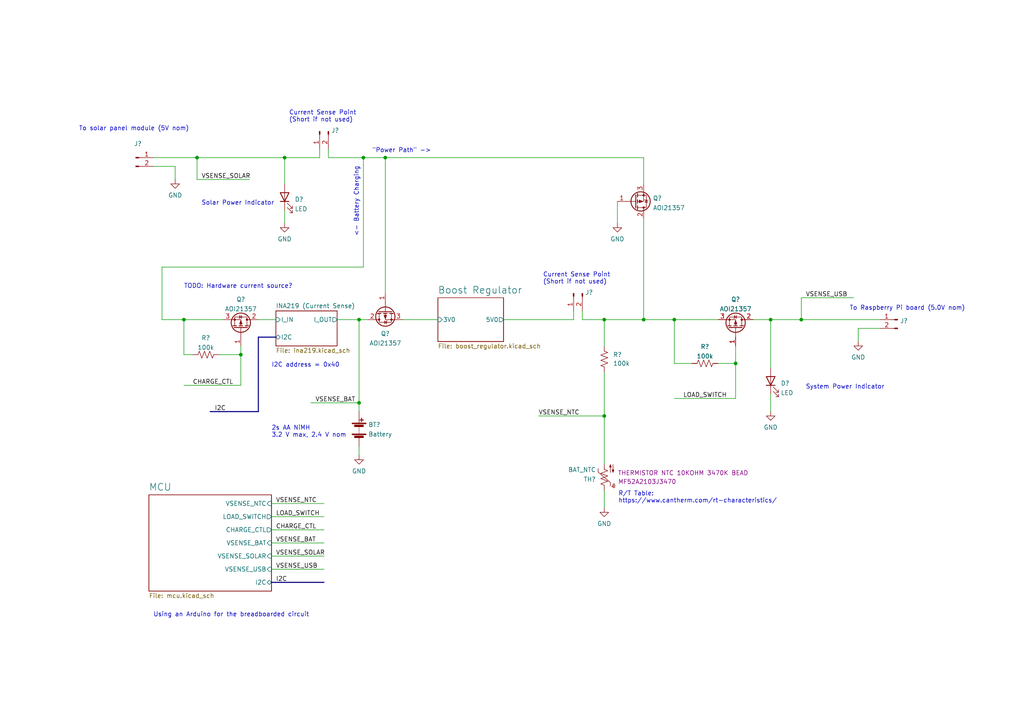
<source format=kicad_sch>
(kicad_sch (version 20211123) (generator eeschema)
  (paper "A4")
  (title_block (title "Solar Charger Breadboard") (date "2022-01-20") (rev "0.0.1") (company "Ribbit"))
  (lib_symbols
    (symbol "Connector:Conn_01x02_Male" (pin_names (offset 1.016) hide)
      (property "Reference" "J" (at 0 2.54 0))
      (property "Value" "Conn_01x02_Male" (at 0 -5.08 0))
      (symbol "Conn_01x02_Male_1_1"
        (polyline (pts (xy 1.27 -2.54) (xy 0.8636 -2.54)) (stroke (width 0.1524)))
        (polyline (pts (xy 1.27 0) (xy 0.8636 0)) (stroke (width 0.1524)))
        (rectangle (start 0.8636 -2.413) (end 0 -2.667) (stroke (width 0.1524)) (fill (type outline)))
        (rectangle (start 0.8636 0.127) (end 0 -0.127) (stroke (width 0.1524)) (fill (type outline)))
        (pin passive line (at 5.08 0 180) (length 3.81) (name "Pin_1") (number "1"))
        (pin passive line (at 5.08 -2.54 180) (length 3.81) (name "Pin_2") (number "2"))
      )
    )
    (symbol "Device:Battery" (pin_numbers hide) (pin_names (offset 0) hide)
      (property "Reference" "BT" (at 2.54 2.54 0))
      (property "Value" "Battery" (at 2.54 0 0))
      (symbol "Battery_0_1"
        (rectangle (start -2.032 -1.397) (end 2.032 -1.651) (fill (type outline)))
        (rectangle (start -2.032 1.778) (end 2.032 1.524) (fill (type outline)))
        (rectangle (start -1.3208 -1.9812) (end 1.27 -2.4892) (fill (type outline)))
        (rectangle (start -1.3208 1.1938) (end 1.27 0.6858) (fill (type outline)))
        (polyline (pts (xy 0 -1.524) (xy 0 -1.27)))
        (polyline (pts (xy 0 -1.016) (xy 0 -0.762)))
        (polyline (pts (xy 0 -0.508) (xy 0 -0.254)))
        (polyline (pts (xy 0 0) (xy 0 0.254)))
        (polyline (pts (xy 0 0.508) (xy 0 0.762)))
        (polyline (pts (xy 0 1.778) (xy 0 2.54)))
        (polyline (pts (xy 0.254 2.667) (xy 1.27 2.667)) (stroke (width 0.254)))
        (polyline (pts (xy 0.762 3.175) (xy 0.762 2.159)) (stroke (width 0.254)))
      )
      (symbol "Battery_1_1"
        (pin passive line (at 0 5.08 270) (length 2.54) (name "+") (number "1"))
        (pin passive line (at 0 -5.08 90) (length 2.54) (name "-") (number "2"))
      )
    )
    (symbol "Device:LED" (pin_numbers hide) (pin_names (offset 1.016) hide)
      (property "Reference" "D" (at 0 2.54 0))
      (property "Value" "LED" (at 0 -2.54 0))
      (symbol "LED_0_1"
        (polyline (pts (xy -1.27 -1.27) (xy -1.27 1.27)) (stroke (width 0.254)))
        (polyline (pts (xy -1.27 0) (xy 1.27 0)))
        (polyline (pts (xy 1.27 -1.27) (xy 1.27 1.27) (xy -1.27 0) (xy 1.27 -1.27)) (stroke (width 0.254)))
        (polyline (pts (xy -3.048 -0.762) (xy -4.572 -2.286) (xy -3.81 -2.286) (xy -4.572 -2.286) (xy -4.572 -1.524)))
        (polyline (pts (xy -1.778 -0.762) (xy -3.302 -2.286) (xy -2.54 -2.286) (xy -3.302 -2.286) (xy -3.302 -1.524)))
      )
      (symbol "LED_1_1"
        (pin passive line (at -3.81 0 0) (length 2.54) (name "K") (number "1"))
        (pin passive line (at 3.81 0 180) (length 2.54) (name "A") (number "2"))
      )
    )
    (symbol "Device:Q_PMOS_GDS" (pin_names (offset 0) hide)
      (property "Reference" "Q" (at 5.08 1.27 0))
      (property "Value" "Q_PMOS_GDS" (at 5.08 -1.27 0))
      (symbol "Q_PMOS_GDS_0_1"
        (polyline (pts (xy 0.254 0) (xy -2.54 0)))
        (polyline (pts (xy 0.254 1.905) (xy 0.254 -1.905)) (stroke (width 0.254)))
        (polyline (pts (xy 0.762 -1.27) (xy 0.762 -2.286)) (stroke (width 0.254)))
        (polyline (pts (xy 0.762 0.508) (xy 0.762 -0.508)) (stroke (width 0.254)))
        (polyline (pts (xy 0.762 2.286) (xy 0.762 1.27)) (stroke (width 0.254)))
        (polyline (pts (xy 2.54 2.54) (xy 2.54 1.778)))
        (polyline (pts (xy 2.54 -2.54) (xy 2.54 0) (xy 0.762 0)))
        (polyline (pts (xy 0.762 1.778) (xy 3.302 1.778) (xy 3.302 -1.778) (xy 0.762 -1.778)))
        (polyline (pts (xy 2.286 0) (xy 1.27 0.381) (xy 1.27 -0.381) (xy 2.286 0)) (fill (type outline)))
        (polyline (pts (xy 2.794 -0.508) (xy 2.921 -0.381) (xy 3.683 -0.381) (xy 3.81 -0.254)))
        (polyline (pts (xy 3.302 -0.381) (xy 2.921 0.254) (xy 3.683 0.254) (xy 3.302 -0.381)))
        (circle (center 1.651 0) (radius 2.794) (stroke (width 0.254)))
        (circle (center 2.54 -1.778) (radius 0.254) (fill (type outline)))
        (circle (center 2.54 1.778) (radius 0.254) (fill (type outline)))
      )
      (symbol "Q_PMOS_GDS_1_1"
        (pin input line (at -5.08 0 0) (length 2.54) (name "G") (number "1"))
        (pin passive line (at 2.54 5.08 270) (length 2.54) (name "D") (number "2"))
        (pin passive line (at 2.54 -5.08 90) (length 2.54) (name "S") (number "3"))
      )
    )
    (symbol "Device:R_US" (pin_numbers hide) (pin_names (offset 0))
      (property "Reference" "R" (at 2.54 0 90))
      (property "Value" "R_US" (at -2.54 0 90))
      (symbol "R_US_0_1"
        (polyline (pts (xy 0 -2.286) (xy 0 -2.54)))
        (polyline (pts (xy 0 2.286) (xy 0 2.54)))
        (polyline (pts (xy 0 -0.762) (xy 1.016 -1.143) (xy 0 -1.524) (xy -1.016 -1.905) (xy 0 -2.286)))
        (polyline (pts (xy 0 0.762) (xy 1.016 0.381) (xy 0 0) (xy -1.016 -0.381) (xy 0 -0.762)))
        (polyline (pts (xy 0 2.286) (xy 1.016 1.905) (xy 0 1.524) (xy -1.016 1.143) (xy 0 0.762)))
      )
      (symbol "R_US_1_1"
        (pin passive line (at 0 3.81 270) (length 1.27) (name "~") (number "1"))
        (pin passive line (at 0 -3.81 90) (length 1.27) (name "~") (number "2"))
      )
    )
    (symbol "Device:Thermistor_NTC_US" (pin_numbers hide) (pin_names (offset 0))
      (property "Reference" "TH" (at -4.445 0 90))
      (property "Value" "Thermistor_NTC_US" (at 3.175 0 90))
      (symbol "Thermistor_NTC_US_0_1"
        (arc (start -3.048 2.159) (mid -3.0505 2.3165) (end -3.175 2.413))
        (arc (start -3.048 2.159) (mid -2.9736 1.9794) (end -2.794 1.905))
        (arc (start -3.048 2.794) (mid -2.9736 2.6144) (end -2.794 2.54))
        (arc (start -2.794 1.905) (mid -2.6144 1.9794) (end -2.54 2.159))
        (arc (start -2.794 2.54) (mid -2.434 2.5608) (end -2.159 2.794))
        (arc (start -2.794 3.048) (mid -2.9736 2.9736) (end -3.048 2.794))
        (arc (start -2.54 2.794) (mid -2.6144 2.9736) (end -2.794 3.048))
        (polyline (pts (xy -2.54 2.159) (xy -2.54 2.794)))
        (polyline (pts (xy 0 -2.286) (xy 0 -2.54)))
        (polyline (pts (xy 0 2.286) (xy 0 2.54)))
        (polyline (pts (xy -1.778 2.54) (xy -1.778 1.524) (xy 1.778 -1.524) (xy 1.778 -2.54)))
        (polyline (pts (xy 0 -0.762) (xy 1.016 -1.143) (xy 0 -1.524) (xy -1.016 -1.905) (xy 0 -2.286)))
        (polyline (pts (xy 0 0.762) (xy 1.016 0.381) (xy 0 0) (xy -1.016 -0.381) (xy 0 -0.762)))
        (polyline (pts (xy 0 2.286) (xy 1.016 1.905) (xy 0 1.524) (xy -1.016 1.143) (xy 0 0.762)))
        (polyline (pts (xy -2.54 -3.683) (xy -2.54 -1.397) (xy -2.794 -2.159) (xy -2.286 -2.159) (xy -2.54 -1.397) (xy -2.54 -1.651)) (fill (type outline)))
        (polyline (pts (xy -1.778 -1.397) (xy -1.778 -3.683) (xy -2.032 -2.921) (xy -1.524 -2.921) (xy -1.778 -3.683) (xy -1.778 -3.429)) (fill (type outline)))
      )
      (symbol "Thermistor_NTC_US_1_1"
        (pin passive line (at 0 3.81 270) (length 1.27) (name "~") (number "1"))
        (pin passive line (at 0 -3.81 90) (length 1.27) (name "~") (number "2"))
      )
    )
    (symbol "power:GND" (power) (pin_names (offset 0))
      (property "Value" "GND" (at 0 -3.81 0))
      (symbol "GND_0_1"
        (polyline (pts (xy 0 0) (xy 0 -1.27) (xy 1.27 -1.27) (xy 0 -2.54) (xy -1.27 -1.27) (xy 0 -1.27)))
      )
      (symbol "GND_1_1"
        (pin power_in line (at 0 0 270) (length 0) hide (name "GND") (number "1"))
      )
    )
  )
  (junction (at 69.85 102.87))
  (junction (at 232.41 92.71))
  (junction (at 53.34 92.71))
  (junction (at 111.76 45.72))
  (junction (at 175.26 120.65))
  (junction (at 175.26 92.71))
  (junction (at 57.15 45.72))
  (junction (at 82.55 45.72))
  (junction (at 105.41 45.72))
  (junction (at 195.58 92.71))
  (junction (at 186.69 92.71))
  (junction (at 213.36 105.41))
  (junction (at 104.14 116.84))
  (junction (at 223.52 92.71))
  (junction (at 104.14 92.71))
  (wire (pts (xy 78.74 153.67) (xy 93.98 153.67)))
  (wire (pts (xy 166.37 92.71) (xy 166.37 90.17)))
  (wire (pts (xy 223.52 92.71) (xy 223.52 106.68)))
  (wire (pts (xy 104.14 129.54) (xy 104.14 132.08)))
  (wire (pts (xy 232.41 92.71) (xy 255.27 92.71)))
  (wire (pts (xy 46.99 77.47) (xy 46.99 92.71)))
  (wire (pts (xy 63.5 102.87) (xy 69.85 102.87)))
  (wire (pts (xy 97.79 92.71) (xy 104.14 92.71)))
  (wire (pts (xy 213.36 105.41) (xy 213.36 115.57)))
  (wire (pts (xy 116.84 92.71) (xy 127 92.71)))
  (wire (pts (xy 44.45 45.72) (xy 57.15 45.72)))
  (wire (pts (xy 111.76 45.72) (xy 111.76 85.09)))
  (wire (pts (xy 186.69 45.72) (xy 186.69 53.34)))
  (wire (pts (xy 82.55 45.72) (xy 82.55 53.34)))
  (wire (pts (xy 175.26 142.24) (xy 175.26 147.32)))
  (wire (pts (xy 223.52 114.3) (xy 223.52 119.38)))
  (wire (pts (xy 53.34 102.87) (xy 53.34 92.71)))
  (wire (pts (xy 69.85 102.87) (xy 69.85 111.76)))
  (wire (pts (xy 53.34 111.76) (xy 69.85 111.76)))
  (wire (pts (xy 175.26 120.65) (xy 175.26 134.62)))
  (wire (pts (xy 218.44 92.71) (xy 223.52 92.71)))
  (wire (pts (xy 175.26 92.71) (xy 175.26 100.33)))
  (wire (pts (xy 44.45 48.26) (xy 50.8 48.26)))
  (bus (pts (xy 60.96 119.38) (xy 74.93 119.38)))
  (wire (pts (xy 175.26 92.71) (xy 186.69 92.71)))
  (wire (pts (xy 82.55 60.96) (xy 82.55 64.77)))
  (wire (pts (xy 232.41 86.36) (xy 232.41 92.71)))
  (wire (pts (xy 55.88 102.87) (xy 53.34 102.87)))
  (wire (pts (xy 255.27 95.25) (xy 248.92 95.25)))
  (bus (pts (xy 78.74 168.91) (xy 93.98 168.91)))
  (wire (pts (xy 95.25 45.72) (xy 105.41 45.72)))
  (wire (pts (xy 105.41 77.47) (xy 46.99 77.47)))
  (wire (pts (xy 92.71 43.18) (xy 92.71 45.72)))
  (wire (pts (xy 78.74 165.1) (xy 93.98 165.1)))
  (wire (pts (xy 50.8 48.26) (xy 50.8 52.07)))
  (wire (pts (xy 248.92 95.25) (xy 248.92 99.06)))
  (wire (pts (xy 74.93 92.71) (xy 80.01 92.71)))
  (wire (pts (xy 69.85 102.87) (xy 69.85 100.33)))
  (wire (pts (xy 111.76 45.72) (xy 186.69 45.72)))
  (wire (pts (xy 104.14 92.71) (xy 104.14 116.84)))
  (wire (pts (xy 57.15 45.72) (xy 82.55 45.72)))
  (wire (pts (xy 168.91 90.17) (xy 168.91 92.71)))
  (wire (pts (xy 78.74 149.86) (xy 93.98 149.86)))
  (wire (pts (xy 213.36 105.41) (xy 208.28 105.41)))
  (wire (pts (xy 195.58 92.71) (xy 195.58 105.41)))
  (wire (pts (xy 232.41 86.36) (xy 247.65 86.36)))
  (wire (pts (xy 195.58 92.71) (xy 208.28 92.71)))
  (wire (pts (xy 156.21 120.65) (xy 175.26 120.65)))
  (wire (pts (xy 105.41 45.72) (xy 105.41 77.47)))
  (wire (pts (xy 78.74 146.05) (xy 93.98 146.05)))
  (wire (pts (xy 57.15 45.72) (xy 57.15 52.07)))
  (wire (pts (xy 105.41 45.72) (xy 111.76 45.72)))
  (wire (pts (xy 104.14 92.71) (xy 106.68 92.71)))
  (wire (pts (xy 213.36 100.33) (xy 213.36 105.41)))
  (wire (pts (xy 223.52 92.71) (xy 232.41 92.71)))
  (wire (pts (xy 78.74 157.48) (xy 93.98 157.48)))
  (wire (pts (xy 57.15 52.07) (xy 72.39 52.07)))
  (wire (pts (xy 179.07 58.42) (xy 179.07 64.77)))
  (wire (pts (xy 78.74 161.29) (xy 93.98 161.29)))
  (wire (pts (xy 146.05 92.71) (xy 166.37 92.71)))
  (wire (pts (xy 168.91 92.71) (xy 175.26 92.71)))
  (bus (pts (xy 74.93 97.79) (xy 74.93 119.38)))
  (wire (pts (xy 186.69 63.5) (xy 186.69 92.71)))
  (wire (pts (xy 82.55 45.72) (xy 92.71 45.72)))
  (wire (pts (xy 186.69 92.71) (xy 195.58 92.71)))
  (wire (pts (xy 46.99 92.71) (xy 53.34 92.71)))
  (bus (pts (xy 80.01 97.79) (xy 74.93 97.79)))
  (wire (pts (xy 175.26 107.95) (xy 175.26 120.65)))
  (wire (pts (xy 195.58 115.57) (xy 213.36 115.57)))
  (wire (pts (xy 95.25 43.18) (xy 95.25 45.72)))
  (wire (pts (xy 64.77 92.71) (xy 53.34 92.71)))
  (wire (pts (xy 200.66 105.41) (xy 195.58 105.41)))
  (wire (pts (xy 104.14 116.84) (xy 104.14 119.38)))
  (wire (pts (xy 90.17 116.84) (xy 104.14 116.84)))
  (text "<- Battery Charging" (at 104.14 48.26 270) (effects (font (size 1.27 1.27)) (justify right bottom)))
  (text "To solar panel module (5V nom)" (at 22.86 38.1 0) (effects (font (size 1.27 1.27)) (justify left bottom)))
  (text "Solar Power Indicator" (at 58.42 59.69 0) (effects (font (size 1.27 1.27)) (justify left bottom)))
  (text "TODO: Hardware current source?" (at 53.34 83.82 0) (effects (font (size 1.27 1.27)) (justify left bottom)))
  (text "R/T Table:\nhttps://www.cantherm.com/rt-characteristics/" (at 179.324 146.05 0) (effects (font (size 1.27 1.27)) (justify left bottom)))
  (text "2s AA NiMH\n3.2 V max, 2.4 V nom" (at 78.74 127 0) (effects (font (size 1.27 1.27)) (justify left bottom)))
  (text "Current Sense Point\n(Short if not used)" (at 83.82 35.56 0) (effects (font (size 1.27 1.27)) (justify left bottom)))
  (text "\"Power Path\" ->" (at 107.95 44.45 0) (effects (font (size 1.27 1.27)) (justify left bottom)))
  (text "I2C address = 0x40" (at 78.74 106.68 0) (effects (font (size 1.27 1.27)) (justify left bottom)))
  (text "Using an Arduino for the breadboarded circuit" (at 44.45 179.07 0) (effects (font (size 1.27 1.27)) (justify left bottom)))
  (text "System Power Indicator" (at 233.68 113.03 0) (effects (font (size 1.27 1.27)) (justify left bottom)))
  (text "Current Sense Point\n(Short if not used)" (at 157.48 82.55 0) (effects (font (size 1.27 1.27)) (justify left bottom)))
  (text "To Raspberry Pi board (5.0V nom)" (at 246.38 90.17 0) (effects (font (size 1.27 1.27)) (justify left bottom)))
  (label "LOAD_SWITCH" (at 80.01 149.86 0))
  (label "CHARGE_CTL" (at 80.01 153.67 0))
  (label "LOAD_SWITCH" (at 198.12 115.57 0))
  (label "VSENSE_SOLAR" (at 58.42 52.07 0))
  (label "CHARGE_CTL" (at 55.88 111.76 0))
  (label "I2C" (at 62.23 119.38 0))
  (label "VSENSE_NTC" (at 156.21 120.65 0))
  (label "VSENSE_NTC" (at 80.01 146.05 0))
  (label "VSENSE_SOLAR" (at 80.01 161.29 0))
  (label "VSENSE_BAT" (at 80.01 157.48 0))
  (label "VSENSE_BAT" (at 91.44 116.84 0))
  (label "VSENSE_USB" (at 80.01 165.1 0))
  (label "I2C" (at 80.01 168.91 0))
  (label "VSENSE_USB" (at 233.68 86.36 0))
  (symbol (lib_id "Device:Q_PMOS_GDS") (at 69.85 95.25 270) (mirror x) (unit 1)
    (property "Reference" "Q?" (at 69.85 86.8385 90))
    (property "Value" "AOI21357" (at 69.85 89.6136 90))
  )
  (symbol (lib_id "Device:R_US") (at 59.69 102.87 90) (unit 1)
    (property "Reference" "R?" (at 59.69 98.0145 90))
    (property "Value" "100k" (at 59.69 100.7896 90))
  )
  (symbol (lib_id "power:GND") (at 179.07 64.77 0) (unit 1)
    (property "Reference" "#PWR?" (effects hide))
    (property "Value" "GND" (at 179.07 69.3325 0))
  )
  (symbol (lib_id "Device:Battery") (at 104.14 124.46 0) (unit 1)
    (property "Reference" "BT?" (at 106.807 123.1705 0) (effects (justify left)))
    (property "Value" "Battery" (at 106.807 125.9456 0) (effects (justify left)))
  )
  (symbol (lib_id "Device:R_US") (at 175.26 104.14 0) (unit 1)
    (property "Reference" "R?" (at 177.8 102.8699 0) (effects (justify left)))
    (property "Value" "100k" (at 177.8 105.4099 0) (effects (justify left)))
  )
  (symbol (lib_id "Device:Q_PMOS_GDS") (at 213.36 95.25 270) (mirror x) (unit 1)
    (property "Reference" "Q?" (at 213.36 86.8385 90))
    (property "Value" "AOI21357" (at 213.36 89.6136 90))
  )
  (symbol (lib_id "Connector:Conn_01x02_Male") (at 39.37 45.72 0) (unit 1)
    (property "Reference" "J?" (at 40.005 41.6773 0))
    (property "Value" "Conn_01x02_Male" (effects hide))
  )
  (symbol (lib_id "Device:LED") (at 223.52 110.49 90) (unit 1)
    (property "Reference" "D?" (at 226.441 111.169 90) (effects (justify right)))
    (property "Value" "LED" (at 226.441 113.9441 90) (effects (justify right)))
  )
  (symbol (lib_id "power:GND") (at 82.55 64.77 0) (unit 1)
    (property "Reference" "#PWR?" (effects hide))
    (property "Value" "GND" (at 82.55 69.3325 0))
  )
  (symbol (lib_id "Device:R_US") (at 204.47 105.41 90) (unit 1)
    (property "Reference" "R?" (at 204.47 100.5545 90))
    (property "Value" "100k" (at 204.47 103.3296 90))
  )
  (symbol (lib_id "power:GND") (at 104.14 132.08 0) (unit 1)
    (property "Reference" "#PWR?" (effects hide))
    (property "Value" "GND" (at 104.14 136.6425 0))
  )
  (symbol (lib_id "Device:Q_PMOS_GDS") (at 184.15 58.42 0) (mirror x) (unit 1)
    (property "Reference" "Q?" (at 189.357 57.5115 0) (effects (justify left)))
    (property "Value" "AOI21357" (at 189.357 60.2866 0) (effects (justify left)))
  )
  (symbol (lib_id "Device:LED") (at 82.55 57.15 90) (unit 1)
    (property "Reference" "D?" (at 85.471 57.829 90) (effects (justify right)))
    (property "Value" "LED" (at 85.471 60.6041 90) (effects (justify right)))
  )
  (symbol (lib_id "power:GND") (at 175.26 147.32 0) (unit 1)
    (property "Reference" "#PWR?" (effects hide))
    (property "Value" "GND" (at 175.26 151.8825 0))
  )
  (symbol (lib_id "power:GND") (at 223.52 119.38 0) (unit 1)
    (property "Reference" "#PWR?" (effects hide))
    (property "Value" "GND" (at 223.52 123.9425 0))
  )
  (symbol (lib_id "Connector:Conn_01x02_Male") (at 92.71 38.1 90) (mirror x) (unit 1)
    (property "Reference" "J?" (at 96.0882 37.8265 90) (effects (justify right)))
    (property "Value" "ISENSE_SOLAR" (effects hide))
  )
  (symbol (lib_id "Device:Q_PMOS_GDS") (at 111.76 90.17 90) (mirror x) (unit 1)
    (property "Reference" "Q?" (at 111.76 96.7645 90))
    (property "Value" "AOI21357" (at 111.76 99.5396 90))
  )
  (symbol (lib_id "Device:Thermistor_NTC_US") (at 175.26 138.43 180) (unit 1)
    (property "Reference" "TH?" (at 172.847 139.021 0) (effects (justify left)))
    (property "Value" "BAT_NTC" (at 172.847 136.2459 0) (effects (justify left)))
    (property "MPN" "MF52A2103J3470" (at 187.706 139.7 0))
    (property "Description" "THERMISTOR NTC 10KOHM 3470K BEAD" (at 198.12 137.16 0))
  )
  (symbol (lib_id "Connector:Conn_01x02_Male") (at 260.35 92.71 0) (mirror y) (unit 1)
    (property "Reference" "J?" (at 261.0612 93.0715 0) (effects (justify right)))
    (property "Value" "Conn_01x02_Male" (effects hide))
  )
  (symbol (lib_id "Connector:Conn_01x02_Male") (at 166.37 85.09 90) (mirror x) (unit 1)
    (property "Reference" "J?" (at 169.7482 84.8165 90) (effects (justify right)))
    (property "Value" "ISENSE_DISCHARGE" (effects hide))
  )
  (symbol (lib_id "power:GND") (at 50.8 52.07 0) (unit 1)
    (property "Reference" "#PWR?" (effects hide))
    (property "Value" "GND" (at 50.8 56.6325 0))
  )
  (symbol (lib_id "power:GND") (at 248.92 99.06 0) (mirror y) (unit 1)
    (property "Reference" "#PWR?" (effects hide))
    (property "Value" "GND" (at 248.92 103.6225 0))
  )
  (sheet (at 127 86.36) (size 19.05 12.7) (stroke (width 0.1524))
    (property "Sheet name" "Boost Regulator" (at 127 85.2834 0) (effects (font (size 2 2)) (justify left bottom)))
    (property "Sheet file" "boost_regulator.kicad_sch" (at 127 99.6446 0) (effects (justify left top)))
    (pin "3V0" input (at 127 92.71 180))
    (pin "5V0" output (at 146.05 92.71 0))
  )
  (sheet (at 43.18 143.51) (size 35.56 27.94) (stroke (width 0.1524))
    (property "Sheet name" "MCU" (at 43.18 142.4334 0) (effects (font (size 2 2)) (justify left bottom)))
    (property "Sheet file" "mcu.kicad_sch" (at 43.18 172.0346 0) (effects (justify left top)))
    (pin "VSENSE_USB" input (at 78.74 165.1 0))
    (pin "VSENSE_SOLAR" input (at 78.74 161.29 0))
    (pin "VSENSE_BAT" input (at 78.74 157.48 0))
    (pin "LOAD_SWITCH" output (at 78.74 149.86 0))
    (pin "CHARGE_CTL" output (at 78.74 153.67 0))
    (pin "I2C" bidirectional (at 78.74 168.91 0))
    (pin "VSENSE_NTC" input (at 78.74 146.05 0))
  )
  (sheet (at 80.01 90.17) (size 17.78 10.16) (stroke (width 0.1524))
    (property "Sheet name" "INA219 (Current Sense)" (at 80.01 89.4584 0) (effects (justify left bottom)))
    (property "Sheet file" "ina219.kicad_sch" (at 80.01 100.9146 0) (effects (justify left top)))
    (pin "I_OUT" output (at 97.79 92.71 0))
    (pin "I_IN" input (at 80.01 92.71 180))
    (pin "I2C" bidirectional (at 80.01 97.79 180))
  )
)
</source>
